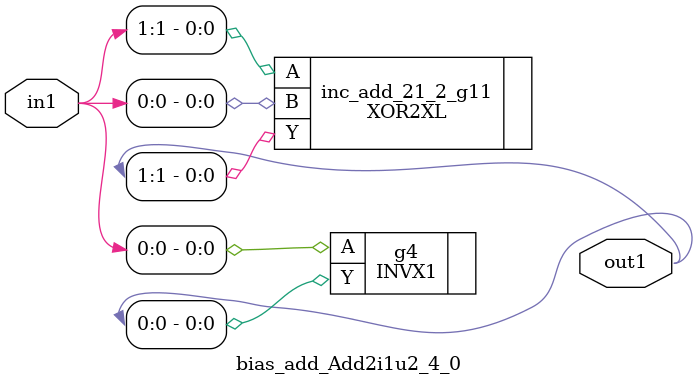
<source format=v>
`timescale 1ps / 1ps


module bias_add_Add2i1u2_4_0(in1, out1);
  input [1:0] in1;
  output [1:0] out1;
  wire [1:0] in1;
  wire [1:0] out1;
  INVX1 g4(.A (in1[0]), .Y (out1[0]));
  XOR2XL inc_add_21_2_g11(.A (in1[1]), .B (in1[0]), .Y (out1[1]));
endmodule



</source>
